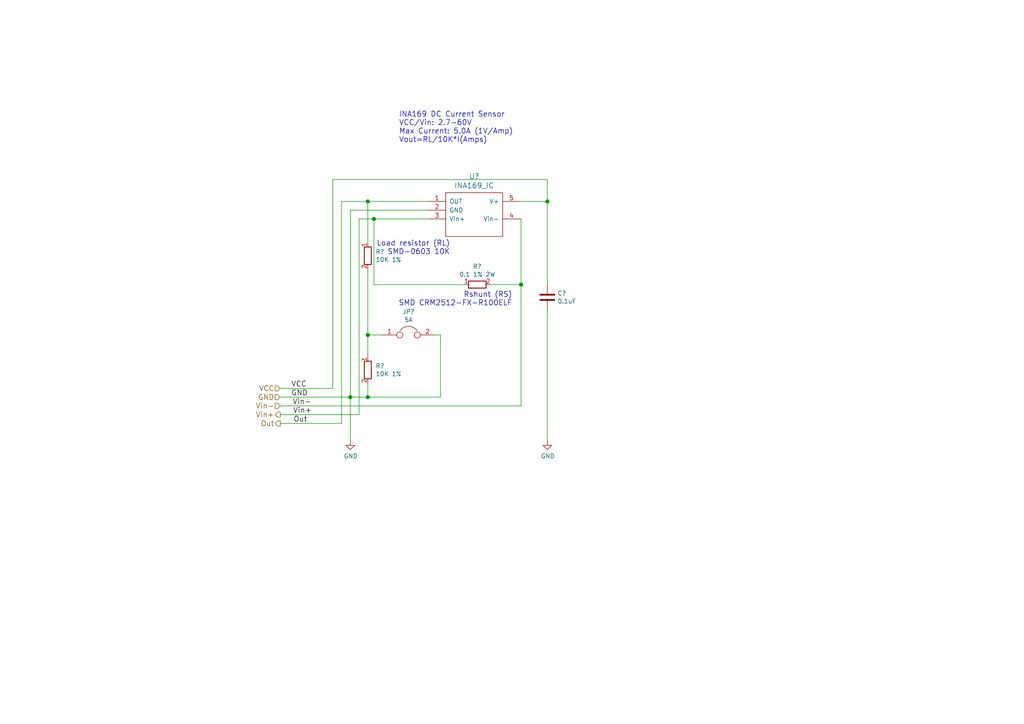
<source format=kicad_sch>
(kicad_sch (version 20201015) (generator eeschema)
  (page 1 35)
  (paper "A4")
  (lib_symbols
    (symbol "ina169_breakout-rescue:C-RESCUE-ina169_breakout" (pin_numbers hide) (pin_names (offset 0.254))
      (property "Reference" "C" (at 0.635 2.54 0))
      (property "Value" "C-RESCUE-ina169_breakout" (at 0.635 -2.54 0))
      (symbol "C-RESCUE-ina169_breakout_0_1"
        (polyline (pts (xy -2.032 -0.762) (xy 2.032 -0.762)) (stroke (width 0.508)))
        (polyline (pts (xy -2.032 0.762) (xy 2.032 0.762)) (stroke (width 0.508)))
      )
      (symbol "C-RESCUE-ina169_breakout_1_1"
        (pin passive line (at 0 3.81 270) (length 2.794) (name "~") (number "1"))
        (pin passive line (at 0 -3.81 90) (length 2.794) (name "~") (number "2"))
      )
    )
    (symbol "ina169_breakout-rescue:GND-RESCUE-ina169_breakout" (power) (pin_names (offset 0))
      (property "Value" "GND-RESCUE-ina169_breakout" (at 0 -3.81 0))
      (symbol "GND-RESCUE-ina169_breakout_0_1"
        (polyline (pts (xy 0 0) (xy 0 -1.27) (xy 1.27 -1.27) (xy 0 -2.54) (xy -1.27 -1.27) (xy 0 -1.27)))
      )
      (symbol "GND-RESCUE-ina169_breakout_1_1"
        (pin power_in line (at 0 0 270) (length 0) hide (name "GND") (number "1"))
      )
    )
    (symbol "ina169_breakout-rescue:INA169_IC-RESCUE-ina169_breakout" (pin_names (offset 1.016))
      (property "Reference" "U" (at 0 7.62 0))
      (property "Value" "INA169_IC-RESCUE-ina169_breakout" (at 0 -7.62 0))
      (symbol "INA169_IC-RESCUE-ina169_breakout_0_1"
        (rectangle (start -8.89 6.35) (end 7.62 -6.35))
      )
      (symbol "INA169_IC-RESCUE-ina169_breakout_1_1"
        (pin output line (at -13.97 3.81 0) (length 5.08) (name "OUT") (number "1"))
        (pin input line (at -13.97 1.27 0) (length 5.08) (name "GND") (number "2"))
        (pin input line (at -13.97 -1.27 0) (length 5.08) (name "Vin+") (number "3"))
        (pin input line (at 12.7 -1.27 180) (length 5.08) (name "Vin-") (number "4"))
        (pin input line (at 12.7 3.81 180) (length 5.08) (name "V+") (number "5"))
      )
    )
    (symbol "ina169_breakout-rescue:Jumper-device" (pin_names (offset 0.762) hide)
      (property "Reference" "JP" (at 0 3.81 0))
      (property "Value" "Jumper-device" (at 0 -2.032 0))
      (symbol "Jumper-device_0_1"
        (arc (start -2.4892 1.27) (end 2.5146 1.27) (radius (at 0 -0.6604) (length 3.175) (angles 142.6 37.3)))
        (circle (center -2.54 0) (radius 0.889))
        (circle (center 2.54 0) (radius 0.889))
        (pin passive line (at -7.62 0 0) (length 4.191) (name "1") (number "1"))
        (pin passive line (at 7.62 0 180) (length 4.191) (name "2") (number "2"))
      )
    )
    (symbol "ina169_breakout-rescue:R-RESCUE-ina169_breakout" (pin_names (offset 0))
      (property "Reference" "R" (at 2.032 0 90))
      (property "Value" "R-RESCUE-ina169_breakout" (at 0 0 90))
      (symbol "R-RESCUE-ina169_breakout_0_1"
        (rectangle (start -1.016 -2.54) (end 1.016 2.54) (stroke (width 0.254)))
      )
      (symbol "R-RESCUE-ina169_breakout_1_1"
        (pin passive line (at 0 3.81 270) (length 1.27) (name "~") (number "1"))
        (pin passive line (at 0 -3.81 90) (length 1.27) (name "~") (number "2"))
      )
    )
  )
  (junction (at 101.6 115.189) (diameter 1.016))
  (junction (at 106.68 58.42) (diameter 1.016))
  (junction (at 106.68 97.155) (diameter 1.016))
  (junction (at 106.68 115.189) (diameter 1.016))
  (junction (at 108.458 63.5) (diameter 1.016))
  (junction (at 151.13 82.55) (diameter 1.016))
  (junction (at 158.75 58.42) (diameter 1.016))
  (wire (pts (xy 81.28 115.189) (xy 101.6 115.189)))
  (wire (pts (xy 96.52 52.07) (xy 96.52 112.649)))
  (wire (pts (xy 96.52 112.649) (xy 81.28 112.649)))
  (wire (pts (xy 99.06 58.42) (xy 99.06 122.809)))
  (wire (pts (xy 99.06 58.42) (xy 106.68 58.42)))
  (wire (pts (xy 99.06 122.809) (xy 81.28 122.809)))
  (wire (pts (xy 101.6 60.96) (xy 101.6 115.189)))
  (wire (pts (xy 101.6 115.189) (xy 101.6 127.889)))
  (wire (pts (xy 101.6 115.189) (xy 106.68 115.189)))
  (wire (pts (xy 104.14 63.5) (xy 104.14 120.269)))
  (wire (pts (xy 104.14 63.5) (xy 108.458 63.5)))
  (wire (pts (xy 104.14 120.269) (xy 81.28 120.269)))
  (wire (pts (xy 106.68 58.42) (xy 106.68 70.358)))
  (wire (pts (xy 106.68 58.42) (xy 124.206 58.42)))
  (wire (pts (xy 106.68 77.978) (xy 106.68 97.155)))
  (wire (pts (xy 106.68 97.155) (xy 106.68 103.505)))
  (wire (pts (xy 106.68 111.125) (xy 106.68 115.189)))
  (wire (pts (xy 106.68 115.189) (xy 127.762 115.189)))
  (wire (pts (xy 108.458 63.5) (xy 108.458 82.55)))
  (wire (pts (xy 108.458 63.5) (xy 124.206 63.5)))
  (wire (pts (xy 108.458 82.55) (xy 134.62 82.55)))
  (wire (pts (xy 110.871 97.155) (xy 106.68 97.155)))
  (wire (pts (xy 124.206 60.96) (xy 101.6 60.96)))
  (wire (pts (xy 127.762 97.155) (xy 126.111 97.155)))
  (wire (pts (xy 127.762 115.189) (xy 127.762 97.155)))
  (wire (pts (xy 142.24 82.55) (xy 151.13 82.55)))
  (wire (pts (xy 150.876 58.42) (xy 158.75 58.42)))
  (wire (pts (xy 150.876 63.5) (xy 151.13 63.5)))
  (wire (pts (xy 151.13 63.5) (xy 151.13 82.55)))
  (wire (pts (xy 151.13 82.55) (xy 151.13 117.729)))
  (wire (pts (xy 151.13 117.729) (xy 81.28 117.729)))
  (wire (pts (xy 158.75 52.07) (xy 96.52 52.07)))
  (wire (pts (xy 158.75 52.07) (xy 158.75 58.42)))
  (wire (pts (xy 158.75 58.42) (xy 158.75 82.423)))
  (wire (pts (xy 158.75 90.043) (xy 158.75 127.889)))
  (image (at 366.014 46.609) (scale 3))
  (text "INA169 DC Current Sensor \nVCC/Vin: 2.7-60V\nMax Current: 5.0A (1V/Amp)\nVout=RL/10K*I(Amps)" (at 115.697 41.529 0) (effects (font (size 1.524 1.524)) (justify left bottom)))
  (text "Load resistor (RL)\nSMD-0603 10K" (at 130.556 74.041 180) (effects (font (size 1.524 1.524)) (justify right bottom)))
  (text "Rshunt (RS)\nSMD CRM2512-FX-R100ELF" (at 148.59 88.9 180) (effects (font (size 1.524 1.524)) (justify right bottom)))
  (label "VCC" (at 84.455 112.649 0) (effects (font (size 1.524 1.524))))
  (label "GND" (at 84.455 115.189 0) (effects (font (size 1.524 1.524))))
  (label "Vin-" (at 84.836 117.729 0) (effects (font (size 1.524 1.524))))
  (label "Vin+" (at 84.963 120.269 0) (effects (font (size 1.524 1.524))))
  (label "Out" (at 85.09 122.809 0) (effects (font (size 1.524 1.524))))
  (hierarchical_label "VCC" (shape input) (at 81.28 112.649 180) (effects (font (size 1.5 1.5))))
  (hierarchical_label "GND" (shape input) (at 81.28 115.189 180) (effects (font (size 1.5 1.5))))
  (hierarchical_label "Vin-" (shape input) (at 81.28 117.729 180) (effects (font (size 1.5 1.5))))
  (hierarchical_label "Vin+" (shape output) (at 81.28 120.269 180) (effects (font (size 1.5 1.5))))
  (hierarchical_label "Out" (shape output) (at 81.28 122.809 180) (effects (font (size 1.5 1.5))))
  (symbol (lib_id "ina169_breakout-rescue:GND-RESCUE-ina169_breakout") (at 101.6 127.889 0) (unit 1)
    (property "Reference" "#PWR01" (effects hide))
    (property "Value" "GND" (at 101.727 132.2832 0))
  )
  (symbol (lib_id "ina169_breakout-rescue:GND-RESCUE-ina169_breakout") (at 158.75 127.889 0) (unit 1)
    (property "Reference" "#PWR02" (effects hide))
    (property "Value" "GND" (at 158.877 132.2832 0))
  )
  (symbol (lib_id "ina169_breakout-rescue:R-RESCUE-ina169_breakout") (at 106.68 74.168 0) (unit 1)
    (property "Reference" "R?" (at 108.915 73 0) (effects (justify left)))
    (property "Value" "10K 1%" (at 108.9152 75.311 0) (effects (justify left)))
    (property "Footprint" "Resistors_SMD:R_0603" (effects hide))
    (property "Gehäuseart" "Value" (effects hide))
    (property "Bestelllink" "Value" (effects hide))
    (property "Technische Daten" "Value" (effects hide))
    (property "Bestellnummer" "Value" (effects hide))
    (property "Bauform" "Value" (effects hide))
    (property "Funktion" "Value" (effects hide))
    (property "Hersteller" "Value" (effects hide))
    (property "Hersteller Bestellnummer" "Value" (effects hide))
  )
  (symbol (lib_id "ina169_breakout-rescue:R-RESCUE-ina169_breakout") (at 106.68 107.315 0) (unit 1)
    (property "Reference" "R?" (at 108.915 106.147 0) (effects (justify left)))
    (property "Value" "10K 1%" (at 108.9152 108.458 0) (effects (justify left)))
    (property "Footprint" "Resistors_SMD:R_0603" (effects hide))
    (property "Gehäuseart" "Value" (effects hide))
    (property "Bestelllink" "Value" (effects hide))
    (property "Technische Daten" "Value" (effects hide))
    (property "Bestellnummer" "Value" (effects hide))
    (property "Bauform" "Value" (effects hide))
    (property "Funktion" "Value" (effects hide))
    (property "Hersteller" "Value" (effects hide))
    (property "Hersteller Bestellnummer" "Value" (effects hide))
  )
  (symbol (lib_id "ina169_breakout-rescue:R-RESCUE-ina169_breakout") (at 138.43 82.55 90) (mirror x) (unit 1)
    (property "Reference" "R?" (at 138.43 77.292 90))
    (property "Value" "0.1 1% 2W" (at 138.43 79.6036 90))
    (property "Footprint" "Resistors_SMD:R_2512" (effects hide))
    (property "Gehäuseart" "Value" (effects hide))
    (property "Bestelllink" "Value" (effects hide))
    (property "Technische Daten" "SMD CRM2512-FX-R100ELF" (effects hide))
    (property "Bestellnummer" "Value" (effects hide))
    (property "Bauform" "Value" (effects hide))
    (property "Funktion" "Value" (effects hide))
    (property "Hersteller" "Value" (effects hide))
    (property "Hersteller Bestellnummer" "Value" (effects hide))
  )
  (symbol (lib_id "ina169_breakout-rescue:C-RESCUE-ina169_breakout") (at 158.75 86.233 0) (unit 1)
    (property "Reference" "C?" (at 161.671 85.065 0) (effects (justify left)))
    (property "Value" "0.1uF" (at 161.671 87.376 0) (effects (justify left)))
    (property "Footprint" "Capacitors_SMD:C_1206" (effects hide))
    (property "Gehäuseart" "Value" (effects hide))
    (property "Bestelllink" "Value" (effects hide))
    (property "Technische Daten" "SMD 12 X7R-G1206 100N" (effects hide))
    (property "Bestellnummer" "Value" (effects hide))
    (property "Bauform" "Value" (effects hide))
    (property "Funktion" "Value" (effects hide))
    (property "Hersteller" "Value" (effects hide))
    (property "Hersteller Bestellnummer" "Value" (effects hide))
  )
  (symbol (lib_id "ina169_breakout-rescue:Jumper-device") (at 118.491 97.155 0) (unit 1)
    (property "Reference" "JP?" (at 118.491 90.449 0))
    (property "Value" "5A" (at 118.491 92.7608 0))
    (property "Footprint" "Zimprich:SJ" (effects hide))
  )
  (symbol (lib_id "ina169_breakout-rescue:INA169_IC-RESCUE-ina169_breakout") (at 138.176 62.23 0) (unit 1)
    (property "Reference" "U?" (at 137.541 51.1302 0) (effects (font (size 1.524 1.524))))
    (property "Value" "INA169_IC" (at 137.541 53.8226 0) (effects (font (size 1.524 1.524))))
    (property "Footprint" "TO_SOT_Packages_SMD:SOT-23-5" (effects hide))
    (property "Datasheet" "https://www.ti.com/lit/ds/symlink/ina169.pdf?ts=1603691288362&ref_url=https%253A%252F%252Fwww.google.com%252F" (effects hide))
    (property "Gehäuseart" "SOT-23-5" (effects hide))
    (property "Bestelllink" "Value" (effects hide))
    (property "Technische Daten" "Value" (effects hide))
    (property "Bestellnummer" "Value" (effects hide))
    (property "Bauform" "SOT-23-5" (effects hide))
    (property "Funktion" "Value" (effects hide))
    (property "Hersteller" "Value" (effects hide))
    (property "Hersteller Bestellnummer" "Value" (effects hide))
  )
)
</source>
